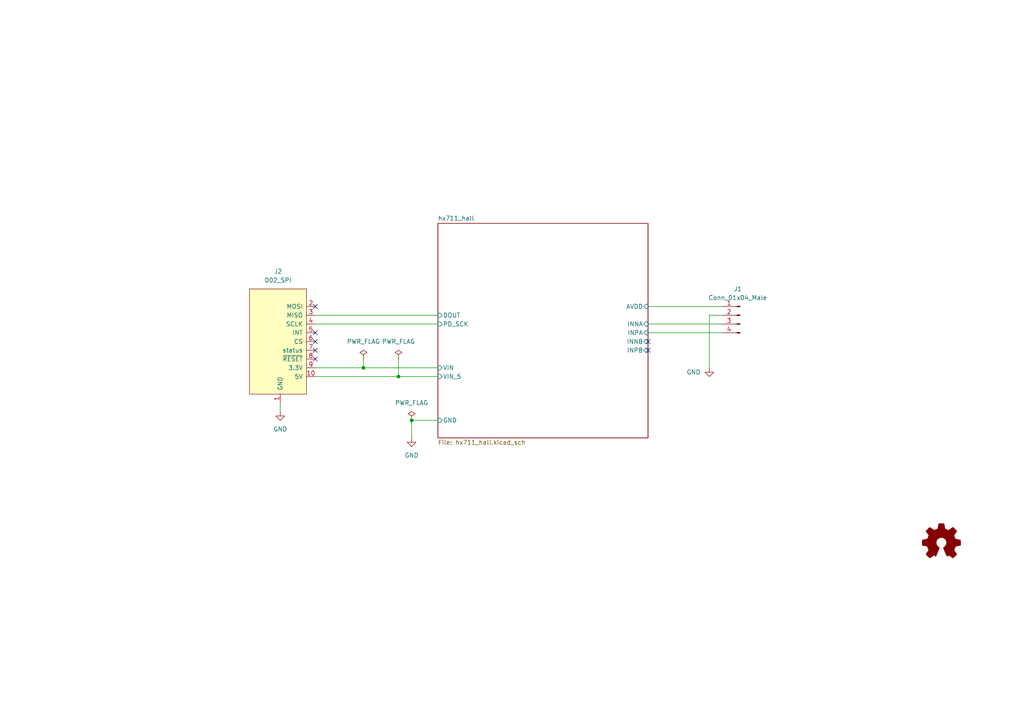
<source format=kicad_sch>
(kicad_sch (version 20211123) (generator eeschema)

  (uuid 57732dd3-1162-4c3f-88bd-31bf473d124d)

  (paper "A4")

  (lib_symbols
    (symbol "Connector:Conn_01x04_Male" (pin_names (offset 1.016) hide) (in_bom yes) (on_board yes)
      (property "Reference" "J" (id 0) (at 0 5.08 0)
        (effects (font (size 1.27 1.27)))
      )
      (property "Value" "Conn_01x04_Male" (id 1) (at 0 -7.62 0)
        (effects (font (size 1.27 1.27)))
      )
      (property "Footprint" "" (id 2) (at 0 0 0)
        (effects (font (size 1.27 1.27)) hide)
      )
      (property "Datasheet" "~" (id 3) (at 0 0 0)
        (effects (font (size 1.27 1.27)) hide)
      )
      (property "ki_keywords" "connector" (id 4) (at 0 0 0)
        (effects (font (size 1.27 1.27)) hide)
      )
      (property "ki_description" "Generic connector, single row, 01x04, script generated (kicad-library-utils/schlib/autogen/connector/)" (id 5) (at 0 0 0)
        (effects (font (size 1.27 1.27)) hide)
      )
      (property "ki_fp_filters" "Connector*:*_1x??_*" (id 6) (at 0 0 0)
        (effects (font (size 1.27 1.27)) hide)
      )
      (symbol "Conn_01x04_Male_1_1"
        (polyline
          (pts
            (xy 1.27 -5.08)
            (xy 0.8636 -5.08)
          )
          (stroke (width 0.1524) (type default) (color 0 0 0 0))
          (fill (type none))
        )
        (polyline
          (pts
            (xy 1.27 -2.54)
            (xy 0.8636 -2.54)
          )
          (stroke (width 0.1524) (type default) (color 0 0 0 0))
          (fill (type none))
        )
        (polyline
          (pts
            (xy 1.27 0)
            (xy 0.8636 0)
          )
          (stroke (width 0.1524) (type default) (color 0 0 0 0))
          (fill (type none))
        )
        (polyline
          (pts
            (xy 1.27 2.54)
            (xy 0.8636 2.54)
          )
          (stroke (width 0.1524) (type default) (color 0 0 0 0))
          (fill (type none))
        )
        (rectangle (start 0.8636 -4.953) (end 0 -5.207)
          (stroke (width 0.1524) (type default) (color 0 0 0 0))
          (fill (type outline))
        )
        (rectangle (start 0.8636 -2.413) (end 0 -2.667)
          (stroke (width 0.1524) (type default) (color 0 0 0 0))
          (fill (type outline))
        )
        (rectangle (start 0.8636 0.127) (end 0 -0.127)
          (stroke (width 0.1524) (type default) (color 0 0 0 0))
          (fill (type outline))
        )
        (rectangle (start 0.8636 2.667) (end 0 2.413)
          (stroke (width 0.1524) (type default) (color 0 0 0 0))
          (fill (type outline))
        )
        (pin passive line (at 5.08 2.54 180) (length 3.81)
          (name "Pin_1" (effects (font (size 1.27 1.27))))
          (number "1" (effects (font (size 1.27 1.27))))
        )
        (pin passive line (at 5.08 0 180) (length 3.81)
          (name "Pin_2" (effects (font (size 1.27 1.27))))
          (number "2" (effects (font (size 1.27 1.27))))
        )
        (pin passive line (at 5.08 -2.54 180) (length 3.81)
          (name "Pin_3" (effects (font (size 1.27 1.27))))
          (number "3" (effects (font (size 1.27 1.27))))
        )
        (pin passive line (at 5.08 -5.08 180) (length 3.81)
          (name "Pin_4" (effects (font (size 1.27 1.27))))
          (number "4" (effects (font (size 1.27 1.27))))
        )
      )
    )
    (symbol "Graphic:Logo_Open_Hardware_Small" (pin_names (offset 1.016)) (in_bom yes) (on_board yes)
      (property "Reference" "#LOGO" (id 0) (at 0 6.985 0)
        (effects (font (size 1.27 1.27)) hide)
      )
      (property "Value" "Logo_Open_Hardware_Small" (id 1) (at 0 -5.715 0)
        (effects (font (size 1.27 1.27)) hide)
      )
      (property "Footprint" "" (id 2) (at 0 0 0)
        (effects (font (size 1.27 1.27)) hide)
      )
      (property "Datasheet" "~" (id 3) (at 0 0 0)
        (effects (font (size 1.27 1.27)) hide)
      )
      (property "ki_keywords" "Logo" (id 4) (at 0 0 0)
        (effects (font (size 1.27 1.27)) hide)
      )
      (property "ki_description" "Open Hardware logo, small" (id 5) (at 0 0 0)
        (effects (font (size 1.27 1.27)) hide)
      )
      (symbol "Logo_Open_Hardware_Small_0_1"
        (polyline
          (pts
            (xy 3.3528 -4.3434)
            (xy 3.302 -4.318)
            (xy 3.175 -4.2418)
            (xy 2.9972 -4.1148)
            (xy 2.7686 -3.9624)
            (xy 2.54 -3.81)
            (xy 2.3622 -3.7084)
            (xy 2.2352 -3.6068)
            (xy 2.1844 -3.5814)
            (xy 2.159 -3.6068)
            (xy 2.0574 -3.6576)
            (xy 1.905 -3.7338)
            (xy 1.8034 -3.7846)
            (xy 1.6764 -3.8354)
            (xy 1.6002 -3.8354)
            (xy 1.6002 -3.8354)
            (xy 1.5494 -3.7338)
            (xy 1.4732 -3.5306)
            (xy 1.3462 -3.302)
            (xy 1.2446 -3.0226)
            (xy 1.1176 -2.7178)
            (xy 0.9652 -2.413)
            (xy 0.8636 -2.1082)
            (xy 0.7366 -1.8288)
            (xy 0.6604 -1.6256)
            (xy 0.6096 -1.4732)
            (xy 0.5842 -1.397)
            (xy 0.5842 -1.397)
            (xy 0.6604 -1.3208)
            (xy 0.7874 -1.2446)
            (xy 1.0414 -1.016)
            (xy 1.2954 -0.6858)
            (xy 1.4478 -0.3302)
            (xy 1.524 0.0762)
            (xy 1.4732 0.4572)
            (xy 1.3208 0.8128)
            (xy 1.0668 1.143)
            (xy 0.762 1.3716)
            (xy 0.4064 1.524)
            (xy 0 1.5748)
            (xy -0.381 1.5494)
            (xy -0.7366 1.397)
            (xy -1.0668 1.143)
            (xy -1.2192 0.9906)
            (xy -1.397 0.6604)
            (xy -1.524 0.3048)
            (xy -1.524 0.2286)
            (xy -1.4986 -0.1778)
            (xy -1.397 -0.5334)
            (xy -1.1938 -0.8636)
            (xy -0.9144 -1.143)
            (xy -0.8636 -1.1684)
            (xy -0.7366 -1.27)
            (xy -0.635 -1.3462)
            (xy -0.5842 -1.397)
            (xy -1.0668 -2.5908)
            (xy -1.143 -2.794)
            (xy -1.2954 -3.1242)
            (xy -1.397 -3.4036)
            (xy -1.4986 -3.6322)
            (xy -1.5748 -3.7846)
            (xy -1.6002 -3.8354)
            (xy -1.6002 -3.8354)
            (xy -1.651 -3.8354)
            (xy -1.7272 -3.81)
            (xy -1.905 -3.7338)
            (xy -2.0066 -3.683)
            (xy -2.1336 -3.6068)
            (xy -2.2098 -3.5814)
            (xy -2.2606 -3.6068)
            (xy -2.3622 -3.683)
            (xy -2.54 -3.81)
            (xy -2.7686 -3.9624)
            (xy -2.9718 -4.0894)
            (xy -3.1496 -4.2164)
            (xy -3.302 -4.318)
            (xy -3.3528 -4.3434)
            (xy -3.3782 -4.3434)
            (xy -3.429 -4.318)
            (xy -3.5306 -4.2164)
            (xy -3.7084 -4.064)
            (xy -3.937 -3.8354)
            (xy -3.9624 -3.81)
            (xy -4.1656 -3.6068)
            (xy -4.318 -3.4544)
            (xy -4.4196 -3.3274)
            (xy -4.445 -3.2766)
            (xy -4.445 -3.2766)
            (xy -4.4196 -3.2258)
            (xy -4.318 -3.0734)
            (xy -4.2164 -2.8956)
            (xy -4.064 -2.667)
            (xy -3.6576 -2.0828)
            (xy -3.8862 -1.5494)
            (xy -3.937 -1.3716)
            (xy -4.0386 -1.1684)
            (xy -4.0894 -1.0414)
            (xy -4.1148 -0.9652)
            (xy -4.191 -0.9398)
            (xy -4.318 -0.9144)
            (xy -4.5466 -0.8636)
            (xy -4.8006 -0.8128)
            (xy -5.0546 -0.7874)
            (xy -5.2578 -0.7366)
            (xy -5.4356 -0.7112)
            (xy -5.5118 -0.6858)
            (xy -5.5118 -0.6858)
            (xy -5.5372 -0.635)
            (xy -5.5372 -0.5588)
            (xy -5.5372 -0.4318)
            (xy -5.5626 -0.2286)
            (xy -5.5626 0.0762)
            (xy -5.5626 0.127)
            (xy -5.5372 0.4064)
            (xy -5.5372 0.635)
            (xy -5.5372 0.762)
            (xy -5.5372 0.8382)
            (xy -5.5372 0.8382)
            (xy -5.461 0.8382)
            (xy -5.3086 0.889)
            (xy -5.08 0.9144)
            (xy -4.826 0.9652)
            (xy -4.8006 0.9906)
            (xy -4.5466 1.0414)
            (xy -4.318 1.0668)
            (xy -4.1656 1.1176)
            (xy -4.0894 1.143)
            (xy -4.0894 1.143)
            (xy -4.0386 1.2446)
            (xy -3.9624 1.4224)
            (xy -3.8608 1.6256)
            (xy -3.7846 1.8288)
            (xy -3.7084 2.0066)
            (xy -3.6576 2.159)
            (xy -3.6322 2.2098)
            (xy -3.6322 2.2098)
            (xy -3.683 2.286)
            (xy -3.7592 2.413)
            (xy -3.8862 2.5908)
            (xy -4.064 2.8194)
            (xy -4.064 2.8448)
            (xy -4.2164 3.0734)
            (xy -4.3434 3.2512)
            (xy -4.4196 3.3782)
            (xy -4.445 3.4544)
            (xy -4.445 3.4544)
            (xy -4.3942 3.5052)
            (xy -4.2926 3.6322)
            (xy -4.1148 3.81)
            (xy -3.937 4.0132)
            (xy -3.8608 4.064)
            (xy -3.6576 4.2926)
            (xy -3.5052 4.4196)
            (xy -3.4036 4.4958)
            (xy -3.3528 4.5212)
            (xy -3.3528 4.5212)
            (xy -3.302 4.4704)
            (xy -3.1496 4.3688)
            (xy -2.9718 4.2418)
            (xy -2.7432 4.0894)
            (xy -2.7178 4.0894)
            (xy -2.4892 3.937)
            (xy -2.3114 3.81)
            (xy -2.1844 3.7084)
            (xy -2.1336 3.683)
            (xy -2.1082 3.683)
            (xy -2.032 3.7084)
            (xy -1.8542 3.7592)
            (xy -1.6764 3.8354)
            (xy -1.4732 3.937)
            (xy -1.27 4.0132)
            (xy -1.143 4.064)
            (xy -1.0668 4.1148)
            (xy -1.0668 4.1148)
            (xy -1.0414 4.191)
            (xy -1.016 4.3434)
            (xy -0.9652 4.572)
            (xy -0.9144 4.8514)
            (xy -0.889 4.9022)
            (xy -0.8382 5.1562)
            (xy -0.8128 5.3848)
            (xy -0.7874 5.5372)
            (xy -0.762 5.588)
            (xy -0.7112 5.6134)
            (xy -0.5842 5.6134)
            (xy -0.4064 5.6134)
            (xy -0.1524 5.6134)
            (xy 0.0762 5.6134)
            (xy 0.3302 5.6134)
            (xy 0.5334 5.6134)
            (xy 0.6858 5.588)
            (xy 0.7366 5.588)
            (xy 0.7366 5.588)
            (xy 0.762 5.5118)
            (xy 0.8128 5.334)
            (xy 0.8382 5.1054)
            (xy 0.9144 4.826)
            (xy 0.9144 4.7752)
            (xy 0.9652 4.5212)
            (xy 1.016 4.2926)
            (xy 1.0414 4.1402)
            (xy 1.0668 4.0894)
            (xy 1.0668 4.0894)
            (xy 1.1938 4.0386)
            (xy 1.3716 3.9624)
            (xy 1.5748 3.8608)
            (xy 2.0828 3.6576)
            (xy 2.7178 4.0894)
            (xy 2.7686 4.1402)
            (xy 2.9972 4.2926)
            (xy 3.175 4.4196)
            (xy 3.302 4.4958)
            (xy 3.3782 4.5212)
            (xy 3.3782 4.5212)
            (xy 3.429 4.4704)
            (xy 3.556 4.3434)
            (xy 3.7338 4.191)
            (xy 3.9116 3.9878)
            (xy 4.064 3.8354)
            (xy 4.2418 3.6576)
            (xy 4.3434 3.556)
            (xy 4.4196 3.4798)
            (xy 4.4196 3.429)
            (xy 4.4196 3.4036)
            (xy 4.3942 3.3274)
            (xy 4.2926 3.2004)
            (xy 4.1656 2.9972)
            (xy 4.0132 2.794)
            (xy 3.8862 2.5908)
            (xy 3.7592 2.3876)
            (xy 3.6576 2.2352)
            (xy 3.6322 2.159)
            (xy 3.6322 2.1336)
            (xy 3.683 2.0066)
            (xy 3.7592 1.8288)
            (xy 3.8608 1.6002)
            (xy 4.064 1.1176)
            (xy 4.3942 1.0414)
            (xy 4.5974 1.016)
            (xy 4.8768 0.9652)
            (xy 5.1308 0.9144)
            (xy 5.5372 0.8382)
            (xy 5.5626 -0.6604)
            (xy 5.4864 -0.6858)
            (xy 5.4356 -0.6858)
            (xy 5.2832 -0.7366)
            (xy 5.0546 -0.762)
            (xy 4.8006 -0.8128)
            (xy 4.5974 -0.8636)
            (xy 4.3688 -0.9144)
            (xy 4.2164 -0.9398)
            (xy 4.1402 -0.9398)
            (xy 4.1148 -0.9652)
            (xy 4.064 -1.0668)
            (xy 3.9878 -1.2446)
            (xy 3.9116 -1.4478)
            (xy 3.81 -1.651)
            (xy 3.7338 -1.8542)
            (xy 3.683 -2.0066)
            (xy 3.6576 -2.0828)
            (xy 3.683 -2.1336)
            (xy 3.7846 -2.2606)
            (xy 3.8862 -2.4638)
            (xy 4.0386 -2.667)
            (xy 4.191 -2.8956)
            (xy 4.318 -3.0734)
            (xy 4.3942 -3.2004)
            (xy 4.445 -3.2766)
            (xy 4.4196 -3.3274)
            (xy 4.3434 -3.429)
            (xy 4.1656 -3.5814)
            (xy 3.937 -3.8354)
            (xy 3.8862 -3.8608)
            (xy 3.683 -4.064)
            (xy 3.5306 -4.2164)
            (xy 3.4036 -4.318)
            (xy 3.3528 -4.3434)
          )
          (stroke (width 0) (type default) (color 0 0 0 0))
          (fill (type outline))
        )
      )
    )
    (symbol "power:GND" (power) (pin_names (offset 0)) (in_bom yes) (on_board yes)
      (property "Reference" "#PWR" (id 0) (at 0 -6.35 0)
        (effects (font (size 1.27 1.27)) hide)
      )
      (property "Value" "GND" (id 1) (at 0 -3.81 0)
        (effects (font (size 1.27 1.27)))
      )
      (property "Footprint" "" (id 2) (at 0 0 0)
        (effects (font (size 1.27 1.27)) hide)
      )
      (property "Datasheet" "" (id 3) (at 0 0 0)
        (effects (font (size 1.27 1.27)) hide)
      )
      (property "ki_keywords" "power-flag" (id 4) (at 0 0 0)
        (effects (font (size 1.27 1.27)) hide)
      )
      (property "ki_description" "Power symbol creates a global label with name \"GND\" , ground" (id 5) (at 0 0 0)
        (effects (font (size 1.27 1.27)) hide)
      )
      (symbol "GND_0_1"
        (polyline
          (pts
            (xy 0 0)
            (xy 0 -1.27)
            (xy 1.27 -1.27)
            (xy 0 -2.54)
            (xy -1.27 -1.27)
            (xy 0 -1.27)
          )
          (stroke (width 0) (type default) (color 0 0 0 0))
          (fill (type none))
        )
      )
      (symbol "GND_1_1"
        (pin power_in line (at 0 0 270) (length 0) hide
          (name "GND" (effects (font (size 1.27 1.27))))
          (number "1" (effects (font (size 1.27 1.27))))
        )
      )
    )
    (symbol "power:PWR_FLAG" (power) (pin_numbers hide) (pin_names (offset 0) hide) (in_bom yes) (on_board yes)
      (property "Reference" "#FLG" (id 0) (at 0 1.905 0)
        (effects (font (size 1.27 1.27)) hide)
      )
      (property "Value" "PWR_FLAG" (id 1) (at 0 3.81 0)
        (effects (font (size 1.27 1.27)))
      )
      (property "Footprint" "" (id 2) (at 0 0 0)
        (effects (font (size 1.27 1.27)) hide)
      )
      (property "Datasheet" "~" (id 3) (at 0 0 0)
        (effects (font (size 1.27 1.27)) hide)
      )
      (property "ki_keywords" "power-flag" (id 4) (at 0 0 0)
        (effects (font (size 1.27 1.27)) hide)
      )
      (property "ki_description" "Special symbol for telling ERC where power comes from" (id 5) (at 0 0 0)
        (effects (font (size 1.27 1.27)) hide)
      )
      (symbol "PWR_FLAG_0_0"
        (pin power_out line (at 0 0 90) (length 0)
          (name "pwr" (effects (font (size 1.27 1.27))))
          (number "1" (effects (font (size 1.27 1.27))))
        )
      )
      (symbol "PWR_FLAG_0_1"
        (polyline
          (pts
            (xy 0 0)
            (xy 0 1.27)
            (xy -1.016 1.905)
            (xy 0 2.54)
            (xy 1.016 1.905)
            (xy 0 1.27)
          )
          (stroke (width 0) (type default) (color 0 0 0 0))
          (fill (type none))
        )
      )
    )
    (symbol "put_on_edge:002_SPI" (pin_names (offset 1.016)) (in_bom yes) (on_board yes)
      (property "Reference" "J" (id 0) (at -1.27 13.97 0)
        (effects (font (size 1.27 1.27)))
      )
      (property "Value" "002_SPI" (id 1) (at 10.16 13.97 0)
        (effects (font (size 1.27 1.27)))
      )
      (property "Footprint" "" (id 2) (at 8.89 16.51 0)
        (effects (font (size 1.27 1.27)) hide)
      )
      (property "Datasheet" "" (id 3) (at 8.89 16.51 0)
        (effects (font (size 1.27 1.27)) hide)
      )
      (symbol "002_SPI_0_1"
        (rectangle (start -7.62 12.7) (end 8.89 -17.78)
          (stroke (width 0) (type default) (color 0 0 0 0))
          (fill (type background))
        )
      )
      (symbol "002_SPI_1_1"
        (pin power_in line (at 0 -20.32 90) (length 2.54)
          (name "GND" (effects (font (size 1.27 1.27))))
          (number "1" (effects (font (size 1.27 1.27))))
        )
        (pin power_in line (at -10.16 -12.7 0) (length 2.54)
          (name "5V" (effects (font (size 1.27 1.27))))
          (number "10" (effects (font (size 1.27 1.27))))
        )
        (pin bidirectional line (at -10.16 7.62 0) (length 2.54)
          (name "MOSI" (effects (font (size 1.27 1.27))))
          (number "2" (effects (font (size 1.27 1.27))))
        )
        (pin bidirectional line (at -10.16 5.08 0) (length 2.54)
          (name "MISO" (effects (font (size 1.27 1.27))))
          (number "3" (effects (font (size 1.27 1.27))))
        )
        (pin bidirectional line (at -10.16 2.54 0) (length 2.54)
          (name "SCLK" (effects (font (size 1.27 1.27))))
          (number "4" (effects (font (size 1.27 1.27))))
        )
        (pin bidirectional line (at -10.16 0 0) (length 2.54)
          (name "INT" (effects (font (size 1.27 1.27))))
          (number "5" (effects (font (size 1.27 1.27))))
        )
        (pin bidirectional line (at -10.16 -2.54 0) (length 2.54)
          (name "CS" (effects (font (size 1.27 1.27))))
          (number "6" (effects (font (size 1.27 1.27))))
        )
        (pin bidirectional line (at -10.16 -5.08 0) (length 2.54)
          (name "status" (effects (font (size 1.27 1.27))))
          (number "7" (effects (font (size 1.27 1.27))))
        )
        (pin bidirectional line (at -10.16 -7.62 0) (length 2.54)
          (name "~{RESET}" (effects (font (size 1.27 1.27))))
          (number "8" (effects (font (size 1.27 1.27))))
        )
        (pin power_in line (at -10.16 -10.16 0) (length 2.54)
          (name "3.3V" (effects (font (size 1.27 1.27))))
          (number "9" (effects (font (size 1.27 1.27))))
        )
      )
    )
  )

  (junction (at 115.57 109.22) (diameter 0) (color 0 0 0 0)
    (uuid 249e7911-844a-4aaa-9f5e-28914a1c272d)
  )
  (junction (at 105.41 106.68) (diameter 0) (color 0 0 0 0)
    (uuid 7157eceb-8628-423e-8ee2-48e5244cf73f)
  )
  (junction (at 119.38 121.92) (diameter 0) (color 0 0 0 0)
    (uuid 99e76379-e08d-4b11-a549-1e8c7b82fac8)
  )

  (no_connect (at 91.44 88.9) (uuid 4b35aa20-b779-4de7-ad3c-28d915e2bf1f))
  (no_connect (at 187.96 101.6) (uuid 4f99ef5f-fc9c-4056-81ee-a7fd04f104cf))
  (no_connect (at 187.96 99.06) (uuid 4f99ef5f-fc9c-4056-81ee-a7fd04f104d0))
  (no_connect (at 91.44 104.14) (uuid 5224c2d4-fcdb-4e3f-a62d-0914eb8bc415))
  (no_connect (at 91.44 101.6) (uuid 5224c2d4-fcdb-4e3f-a62d-0914eb8bc416))
  (no_connect (at 91.44 99.06) (uuid 5224c2d4-fcdb-4e3f-a62d-0914eb8bc417))
  (no_connect (at 91.44 96.52) (uuid 5224c2d4-fcdb-4e3f-a62d-0914eb8bc418))

  (wire (pts (xy 127 109.22) (xy 115.57 109.22))
    (stroke (width 0) (type default) (color 0 0 0 0))
    (uuid 00769a72-beed-4fc0-ac55-8e2465c3a5cd)
  )
  (wire (pts (xy 127 106.68) (xy 105.41 106.68))
    (stroke (width 0) (type default) (color 0 0 0 0))
    (uuid 19da0b85-4fbb-4040-9c09-10dd73a6717d)
  )
  (wire (pts (xy 91.44 93.98) (xy 127 93.98))
    (stroke (width 0) (type default) (color 0 0 0 0))
    (uuid 2553ba96-b410-4419-96bd-fe5383e99cca)
  )
  (wire (pts (xy 209.55 88.9) (xy 187.96 88.9))
    (stroke (width 0) (type default) (color 0 0 0 0))
    (uuid 417f7922-9aaf-42f1-a40c-42fecf34cea2)
  )
  (wire (pts (xy 81.28 119.38) (xy 81.28 116.84))
    (stroke (width 0) (type default) (color 0 0 0 0))
    (uuid 45d28d69-fefe-4220-a07c-f9f871cfbecc)
  )
  (wire (pts (xy 119.38 121.92) (xy 119.38 127))
    (stroke (width 0) (type default) (color 0 0 0 0))
    (uuid 5a1fc14d-1d6f-444c-82b2-77ce3f0eeb3f)
  )
  (wire (pts (xy 115.57 104.14) (xy 115.57 109.22))
    (stroke (width 0) (type default) (color 0 0 0 0))
    (uuid 63479272-0704-44b9-a883-ef4995c1df4e)
  )
  (wire (pts (xy 205.74 91.44) (xy 209.55 91.44))
    (stroke (width 0) (type default) (color 0 0 0 0))
    (uuid 6a82a01a-3723-4568-9b3b-3fa1e8f02f24)
  )
  (wire (pts (xy 205.74 106.68) (xy 205.74 91.44))
    (stroke (width 0) (type default) (color 0 0 0 0))
    (uuid 70d8f295-1de1-4ae1-b95c-3c0d37b6e863)
  )
  (wire (pts (xy 115.57 109.22) (xy 91.44 109.22))
    (stroke (width 0) (type default) (color 0 0 0 0))
    (uuid 80eaff05-b768-40b7-bc63-f658004f94d2)
  )
  (wire (pts (xy 91.44 91.44) (xy 127 91.44))
    (stroke (width 0) (type default) (color 0 0 0 0))
    (uuid 83aa4115-5bca-4460-a562-34a231149c34)
  )
  (wire (pts (xy 209.55 96.52) (xy 187.96 96.52))
    (stroke (width 0) (type default) (color 0 0 0 0))
    (uuid a89303a9-12dd-42cc-9feb-98ecb33720ea)
  )
  (wire (pts (xy 127 121.92) (xy 119.38 121.92))
    (stroke (width 0) (type default) (color 0 0 0 0))
    (uuid b5f50e6e-6728-4454-96f5-44e0bc388ce5)
  )
  (wire (pts (xy 105.41 106.68) (xy 91.44 106.68))
    (stroke (width 0) (type default) (color 0 0 0 0))
    (uuid b923ad9a-781f-4239-84db-b400bdc5caf8)
  )
  (wire (pts (xy 209.55 93.98) (xy 187.96 93.98))
    (stroke (width 0) (type default) (color 0 0 0 0))
    (uuid df3c7ec9-7c87-46d3-ad55-b056cae1e647)
  )
  (wire (pts (xy 105.41 104.14) (xy 105.41 106.68))
    (stroke (width 0) (type default) (color 0 0 0 0))
    (uuid eece2ab8-1226-4599-bdf0-47e629b7ad52)
  )

  (symbol (lib_id "power:PWR_FLAG") (at 115.57 104.14 0) (unit 1)
    (in_bom yes) (on_board yes) (fields_autoplaced)
    (uuid 332bd2b4-febe-44df-ab6a-1a2f54f6038b)
    (property "Reference" "#FLG0103" (id 0) (at 115.57 102.235 0)
      (effects (font (size 1.27 1.27)) hide)
    )
    (property "Value" "PWR_FLAG" (id 1) (at 115.57 99.06 0))
    (property "Footprint" "" (id 2) (at 115.57 104.14 0)
      (effects (font (size 1.27 1.27)) hide)
    )
    (property "Datasheet" "~" (id 3) (at 115.57 104.14 0)
      (effects (font (size 1.27 1.27)) hide)
    )
    (pin "1" (uuid b8095f78-b7cb-4edb-8f3b-82dfbdf61388))
  )

  (symbol (lib_id "Connector:Conn_01x04_Male") (at 214.63 91.44 0) (mirror y) (unit 1)
    (in_bom yes) (on_board yes) (fields_autoplaced)
    (uuid 76bc5345-9c2c-4403-9e8c-0ed835a41298)
    (property "Reference" "J1" (id 0) (at 213.995 83.82 0))
    (property "Value" "Conn_01x04_Male" (id 1) (at 213.995 86.36 0))
    (property "Footprint" "Connector_PinHeader_2.54mm:PinHeader_1x04_P2.54mm_Vertical" (id 2) (at 214.63 91.44 0)
      (effects (font (size 1.27 1.27)) hide)
    )
    (property "Datasheet" "~" (id 3) (at 214.63 91.44 0)
      (effects (font (size 1.27 1.27)) hide)
    )
    (pin "1" (uuid 534594c3-c598-486b-bd03-65c522d02710))
    (pin "2" (uuid f1368d72-ec57-44b0-8f9b-627f0c410075))
    (pin "3" (uuid 154b5b51-9c9c-492b-b529-92474ede41a8))
    (pin "4" (uuid d6d827e1-8037-4a64-9433-b930cfff7250))
  )

  (symbol (lib_id "power:GND") (at 119.38 127 0) (mirror y) (unit 1)
    (in_bom yes) (on_board yes) (fields_autoplaced)
    (uuid 971afa99-5d33-4a72-a8e1-edd3c45138ed)
    (property "Reference" "#PWR0101" (id 0) (at 119.38 133.35 0)
      (effects (font (size 1.27 1.27)) hide)
    )
    (property "Value" "GND" (id 1) (at 119.38 132.08 0))
    (property "Footprint" "" (id 2) (at 119.38 127 0)
      (effects (font (size 1.27 1.27)) hide)
    )
    (property "Datasheet" "" (id 3) (at 119.38 127 0)
      (effects (font (size 1.27 1.27)) hide)
    )
    (pin "1" (uuid 0e12e353-ffd6-4e27-8957-653e209f57b0))
  )

  (symbol (lib_id "Graphic:Logo_Open_Hardware_Small") (at 273.05 157.48 0) (unit 1)
    (in_bom yes) (on_board yes) (fields_autoplaced)
    (uuid b72b6f4a-7489-40f2-bb90-d75ae01aa368)
    (property "Reference" "LOGO1" (id 0) (at 273.05 150.495 0)
      (effects (font (size 1.27 1.27)) hide)
    )
    (property "Value" "Logo_Open_Hardware_Small" (id 1) (at 273.05 163.195 0)
      (effects (font (size 1.27 1.27)) hide)
    )
    (property "Footprint" "Symbol:OSHW-Symbol_6.7x6mm_SilkScreen" (id 2) (at 273.05 157.48 0)
      (effects (font (size 1.27 1.27)) hide)
    )
    (property "Datasheet" "~" (id 3) (at 273.05 157.48 0)
      (effects (font (size 1.27 1.27)) hide)
    )
  )

  (symbol (lib_id "power:PWR_FLAG") (at 105.41 104.14 0) (unit 1)
    (in_bom yes) (on_board yes) (fields_autoplaced)
    (uuid cd376ec6-47e1-418a-9127-045d1da49ecd)
    (property "Reference" "#FLG0101" (id 0) (at 105.41 102.235 0)
      (effects (font (size 1.27 1.27)) hide)
    )
    (property "Value" "PWR_FLAG" (id 1) (at 105.41 99.06 0))
    (property "Footprint" "" (id 2) (at 105.41 104.14 0)
      (effects (font (size 1.27 1.27)) hide)
    )
    (property "Datasheet" "~" (id 3) (at 105.41 104.14 0)
      (effects (font (size 1.27 1.27)) hide)
    )
    (pin "1" (uuid 78e0a86d-ac34-4bc6-8007-e394bc3b92fd))
  )

  (symbol (lib_id "power:GND") (at 81.28 119.38 0) (mirror y) (unit 1)
    (in_bom yes) (on_board yes) (fields_autoplaced)
    (uuid d61d35e9-ae5d-4248-aadd-6607f8e44d93)
    (property "Reference" "#PWR0103" (id 0) (at 81.28 125.73 0)
      (effects (font (size 1.27 1.27)) hide)
    )
    (property "Value" "GND" (id 1) (at 81.28 124.46 0))
    (property "Footprint" "" (id 2) (at 81.28 119.38 0)
      (effects (font (size 1.27 1.27)) hide)
    )
    (property "Datasheet" "" (id 3) (at 81.28 119.38 0)
      (effects (font (size 1.27 1.27)) hide)
    )
    (pin "1" (uuid bae4f346-51ed-4f38-b503-905634a12292))
  )

  (symbol (lib_id "put_on_edge:002_SPI") (at 81.28 96.52 0) (mirror y) (unit 1)
    (in_bom yes) (on_board yes) (fields_autoplaced)
    (uuid e22a8115-21c4-4079-b548-13d39057d641)
    (property "Reference" "J2" (id 0) (at 80.645 78.74 0))
    (property "Value" "002_SPI" (id 1) (at 80.645 81.28 0))
    (property "Footprint" "on_edge:debug_edge_2x05_device" (id 2) (at 72.39 80.01 0)
      (effects (font (size 1.27 1.27)) hide)
    )
    (property "Datasheet" "" (id 3) (at 72.39 80.01 0)
      (effects (font (size 1.27 1.27)) hide)
    )
    (pin "1" (uuid 56fc397a-84b6-4638-aad1-83d58d79386e))
    (pin "10" (uuid cbd6cf0e-99e6-44bc-97bd-0952965c9140))
    (pin "2" (uuid 96adc462-1b4d-4667-ae88-0eba76ead221))
    (pin "3" (uuid 2bf49df7-ea46-4971-ac75-61f89d8629a7))
    (pin "4" (uuid 98ff61a0-d52b-40c3-bed0-01da892c0ad0))
    (pin "5" (uuid ea2eed49-fb11-4f73-83f2-9d60b06a6d38))
    (pin "6" (uuid f543f73a-af58-44c6-b30a-defb5d769ed9))
    (pin "7" (uuid 9b0bdd01-8671-43b0-a690-85b1b211ff4e))
    (pin "8" (uuid 27411561-01fe-4286-8cc7-c1b63d59df39))
    (pin "9" (uuid efa4b020-3993-41c9-8e0f-db13f1b098c8))
  )

  (symbol (lib_id "power:GND") (at 205.74 106.68 0) (mirror y) (unit 1)
    (in_bom yes) (on_board yes) (fields_autoplaced)
    (uuid f1400e28-6be3-4dfb-bdd5-5e2e97ca2eb3)
    (property "Reference" "#PWR0102" (id 0) (at 205.74 113.03 0)
      (effects (font (size 1.27 1.27)) hide)
    )
    (property "Value" "GND" (id 1) (at 203.2 107.9499 0)
      (effects (font (size 1.27 1.27)) (justify left))
    )
    (property "Footprint" "" (id 2) (at 205.74 106.68 0)
      (effects (font (size 1.27 1.27)) hide)
    )
    (property "Datasheet" "" (id 3) (at 205.74 106.68 0)
      (effects (font (size 1.27 1.27)) hide)
    )
    (pin "1" (uuid c7cbc38e-5256-444d-968c-68dcc4b08d43))
  )

  (symbol (lib_id "power:PWR_FLAG") (at 119.38 121.92 0) (unit 1)
    (in_bom yes) (on_board yes) (fields_autoplaced)
    (uuid fa0acec2-5f92-478b-9630-4db602288983)
    (property "Reference" "#FLG0102" (id 0) (at 119.38 120.015 0)
      (effects (font (size 1.27 1.27)) hide)
    )
    (property "Value" "PWR_FLAG" (id 1) (at 119.38 116.84 0))
    (property "Footprint" "" (id 2) (at 119.38 121.92 0)
      (effects (font (size 1.27 1.27)) hide)
    )
    (property "Datasheet" "~" (id 3) (at 119.38 121.92 0)
      (effects (font (size 1.27 1.27)) hide)
    )
    (pin "1" (uuid ae6be289-d68b-43d3-876d-fd474fea3b37))
  )

  (sheet (at 127 64.77) (size 60.96 62.23) (fields_autoplaced)
    (stroke (width 0.1524) (type solid) (color 0 0 0 0))
    (fill (color 0 0 0 0.0000))
    (uuid 767ce4c6-0e55-4543-92f0-34cb8237a544)
    (property "Sheet name" "hx711_hall" (id 0) (at 127 64.0584 0)
      (effects (font (size 1.27 1.27)) (justify left bottom))
    )
    (property "Sheet file" "hx711_hall.kicad_sch" (id 1) (at 127 127.5846 0)
      (effects (font (size 1.27 1.27)) (justify left top))
    )
    (pin "GND" input (at 127 121.92 180)
      (effects (font (size 1.27 1.27)) (justify left))
      (uuid 466cf29f-04d2-4303-aa26-8ec28548d2f2)
    )
    (pin "AVDD" input (at 187.96 88.9 0)
      (effects (font (size 1.27 1.27)) (justify right))
      (uuid 85ae9491-7534-4651-97c6-b3a039803ffa)
    )
    (pin "INPA" input (at 187.96 96.52 0)
      (effects (font (size 1.27 1.27)) (justify right))
      (uuid a2f5cd1c-54cf-4d6a-b606-8b7527e0329e)
    )
    (pin "INNA" input (at 187.96 93.98 0)
      (effects (font (size 1.27 1.27)) (justify right))
      (uuid 07968e5b-612b-4c6c-9614-92d1577da842)
    )
    (pin "PD_SCK" input (at 127 93.98 180)
      (effects (font (size 1.27 1.27)) (justify left))
      (uuid 11b8d99a-8113-413d-b582-701f99077744)
    )
    (pin "DOUT" input (at 127 91.44 180)
      (effects (font (size 1.27 1.27)) (justify left))
      (uuid 99330edd-f5e4-4c2d-9155-836add1d1b47)
    )
    (pin "VIN" input (at 127 106.68 180)
      (effects (font (size 1.27 1.27)) (justify left))
      (uuid 0bea3e48-3567-4c58-9654-300465997d5e)
    )
    (pin "INNB" input (at 187.96 99.06 0)
      (effects (font (size 1.27 1.27)) (justify right))
      (uuid 5e7bc52f-7b2a-451b-8eda-54cff9dc9296)
    )
    (pin "INPB" input (at 187.96 101.6 0)
      (effects (font (size 1.27 1.27)) (justify right))
      (uuid 064ba08a-95b9-4fe2-91b0-1750221851cc)
    )
    (pin "VIN_5" input (at 127 109.22 180)
      (effects (font (size 1.27 1.27)) (justify left))
      (uuid ecdbe3eb-df48-4a5f-8329-25687832830e)
    )
  )

  (sheet_instances
    (path "/" (page "1"))
    (path "/767ce4c6-0e55-4543-92f0-34cb8237a544" (page "2"))
  )

  (symbol_instances
    (path "/cd376ec6-47e1-418a-9127-045d1da49ecd"
      (reference "#FLG0101") (unit 1) (value "PWR_FLAG") (footprint "")
    )
    (path "/fa0acec2-5f92-478b-9630-4db602288983"
      (reference "#FLG0102") (unit 1) (value "PWR_FLAG") (footprint "")
    )
    (path "/332bd2b4-febe-44df-ab6a-1a2f54f6038b"
      (reference "#FLG0103") (unit 1) (value "PWR_FLAG") (footprint "")
    )
    (path "/767ce4c6-0e55-4543-92f0-34cb8237a544/653d95bc-88fc-464c-aaf2-48fc26324639"
      (reference "#FLG0104") (unit 1) (value "PWR_FLAG") (footprint "")
    )
    (path "/767ce4c6-0e55-4543-92f0-34cb8237a544/4361bfe0-4b76-4308-85ac-851fe2a969ac"
      (reference "#FLG0105") (unit 1) (value "PWR_FLAG") (footprint "")
    )
    (path "/767ce4c6-0e55-4543-92f0-34cb8237a544/a0d598cc-91ec-4309-b63f-9755b52d2ee4"
      (reference "#FLG0106") (unit 1) (value "PWR_FLAG") (footprint "")
    )
    (path "/971afa99-5d33-4a72-a8e1-edd3c45138ed"
      (reference "#PWR0101") (unit 1) (value "GND") (footprint "")
    )
    (path "/f1400e28-6be3-4dfb-bdd5-5e2e97ca2eb3"
      (reference "#PWR0102") (unit 1) (value "GND") (footprint "")
    )
    (path "/d61d35e9-ae5d-4248-aadd-6607f8e44d93"
      (reference "#PWR0103") (unit 1) (value "GND") (footprint "")
    )
    (path "/767ce4c6-0e55-4543-92f0-34cb8237a544/10b152fe-1fe8-4ce4-b0a8-1a30a3472ae6"
      (reference "C1") (unit 1) (value "0.1uF") (footprint "Capacitor_SMD:C_0603_1608Metric")
    )
    (path "/767ce4c6-0e55-4543-92f0-34cb8237a544/fd490c07-cd01-4748-b9d2-4c24d27aa065"
      (reference "C2") (unit 1) (value "0.1uF") (footprint "Capacitor_SMD:C_0603_1608Metric")
    )
    (path "/767ce4c6-0e55-4543-92f0-34cb8237a544/af1e5aea-81d4-45c4-9977-5d37ff472feb"
      (reference "C3") (unit 1) (value "0.1uF") (footprint "Capacitor_SMD:C_0603_1608Metric")
    )
    (path "/767ce4c6-0e55-4543-92f0-34cb8237a544/355f93c4-5290-4685-b84e-89ea63f269bf"
      (reference "C4") (unit 1) (value "0.1uF") (footprint "Capacitor_SMD:C_0603_1608Metric")
    )
    (path "/767ce4c6-0e55-4543-92f0-34cb8237a544/1d1e4444-5e71-4faf-9f9f-e3149a5e0780"
      (reference "C5") (unit 1) (value "0.1uF") (footprint "Capacitor_SMD:C_0402_1005Metric_Pad0.74x0.62mm_HandSolder")
    )
    (path "/767ce4c6-0e55-4543-92f0-34cb8237a544/4976a4ca-0a2d-45b9-bfde-f16fc8d04552"
      (reference "FB1") (unit 1) (value ">=1k") (footprint "Inductor_SMD:L_0603_1608Metric")
    )
    (path "/76bc5345-9c2c-4403-9e8c-0ed835a41298"
      (reference "J1") (unit 1) (value "Conn_01x04_Male") (footprint "Connector_PinHeader_2.54mm:PinHeader_1x04_P2.54mm_Vertical")
    )
    (path "/e22a8115-21c4-4079-b548-13d39057d641"
      (reference "J2") (unit 1) (value "002_SPI") (footprint "on_edge:debug_edge_2x05_device")
    )
    (path "/b72b6f4a-7489-40f2-bb90-d75ae01aa368"
      (reference "LOGO1") (unit 1) (value "Logo_Open_Hardware_Small") (footprint "Symbol:OSHW-Symbol_6.7x6mm_SilkScreen")
    )
    (path "/767ce4c6-0e55-4543-92f0-34cb8237a544/9b81b775-ab1f-4b32-9122-b36a034049c7"
      (reference "Q1") (unit 1) (value "BC807") (footprint "Package_TO_SOT_SMD:SOT-23")
    )
    (path "/767ce4c6-0e55-4543-92f0-34cb8237a544/2227c2ad-6cc9-4a0d-9a03-d6df1ecda041"
      (reference "R1") (unit 1) (value "10k") (footprint "Resistor_SMD:R_0603_1608Metric")
    )
    (path "/767ce4c6-0e55-4543-92f0-34cb8237a544/910a0860-fabf-4576-97c6-b93f0412824b"
      (reference "R2") (unit 1) (value "10k") (footprint "Resistor_SMD:R_0603_1608Metric")
    )
    (path "/767ce4c6-0e55-4543-92f0-34cb8237a544/5670ae5c-59fa-471a-9868-db4aff34a046"
      (reference "R3") (unit 1) (value "0/DNP") (footprint "Resistor_SMD:R_0402_1005Metric")
    )
    (path "/767ce4c6-0e55-4543-92f0-34cb8237a544/f789d93d-3430-477e-b4c4-a66ac59238ee"
      (reference "R4") (unit 1) (value "0/DNP") (footprint "Resistor_SMD:R_0402_1005Metric")
    )
    (path "/767ce4c6-0e55-4543-92f0-34cb8237a544/71570fef-f383-4e83-ab58-2b56ac07b81b"
      (reference "R5") (unit 1) (value "100") (footprint "Resistor_SMD:R_0402_1005Metric")
    )
    (path "/767ce4c6-0e55-4543-92f0-34cb8237a544/8b604db2-21dc-48ab-b6c1-f8b23eb983ef"
      (reference "R6") (unit 1) (value "100") (footprint "Resistor_SMD:R_0402_1005Metric")
    )
    (path "/767ce4c6-0e55-4543-92f0-34cb8237a544/89b4762d-e0f7-4342-aef6-7e987c2a6585"
      (reference "U1") (unit 1) (value "hx711") (footprint "hx711_fp:SOP-16_3.9x9.9mm_P1.27mm")
    )
  )
)

</source>
